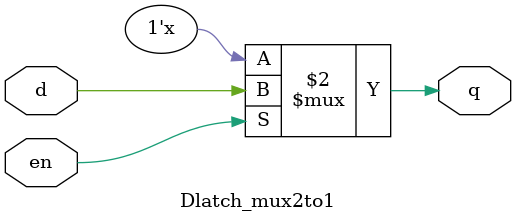
<source format=v>
`timescale 1ns / 1ps

module Dlatch_mux2to1(
    input wire d,
    input wire en,
    output reg q
);
always @(*) begin
    q = en ? d : q;  
end
endmodule

</source>
